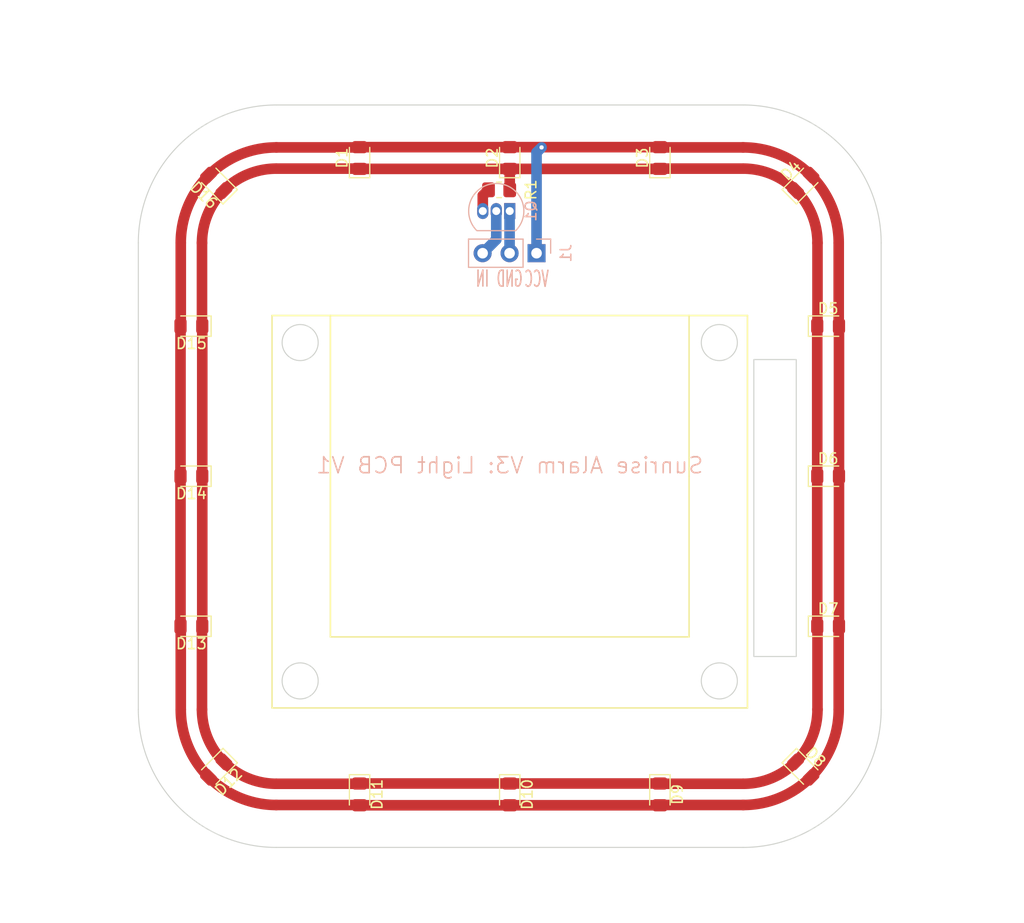
<source format=kicad_pcb>
(kicad_pcb (version 20211014) (generator pcbnew)
  (layers (0 "F.Cu" signal) (31 "B.Cu" signal) (34 "B.Paste" user) (35 "F.Paste" user) (36 "B.SilkS" user "B.Silkscreen") (37 "F.SilkS" user "F.Silkscreen") (38 "B.Mask" user) (39 "F.Mask" user) (44 "Edge.Cuts" user))
  (net 0 "")
  (net 1 "Net-(D1-Pad1)")
  (net 2 "+3.3V")
  (net 3 "GND")
  (net 4 "INPUT")
  (net 5 "Net-(Q1-Pad3)")
  (footprint "LED_SMD:LED_0805_2012Metric_Pad1.15x1.40mm_HandSolder" (layer "F.Cu") (at 149.15 115 -90)
    (fp_text reference "D9" (at 0 -1.65 90) (layer "F.SilkS"))
    (fp_text value "LED")
    (fp_line (start -1.86 -0.96) (end -1.86 0.96) (layer "F.SilkS") (width 0.12))
    (fp_line (start 1 -0.96) (end -1.86 -0.96) (layer "F.SilkS") (width 0.12))
    (fp_line (start -1.86 0.96) (end 1 0.96) (layer "F.SilkS") (width 0.12))
    (pad "1" smd roundrect (at -1.025 0 270) (size 1.15 1.4) (layers "F.Cu" "F.Paste" "F.Mask") (roundrect_rratio 0.217391) (net 1 "Net-(D1-Pad1)"))
    (pad "2" smd roundrect (at 1.025 0 270) (size 1.15 1.4) (layers "F.Cu" "F.Paste" "F.Mask") (roundrect_rratio 0.217391) (net 2 "+3.3V"))
  )
  (footprint "LED_SMD:LED_0805_2012Metric_Pad1.15x1.40mm_HandSolder" (layer "F.Cu") (at 165 99.15)
    (fp_text reference "D7" (at 0 -1.65) (layer "F.SilkS"))
    (fp_text value "LED")
    (fp_line (start -1.86 0.96) (end 1 0.96) (layer "F.SilkS") (width 0.12))
    (fp_line (start -1.86 -0.96) (end -1.86 0.96) (layer "F.SilkS") (width 0.12))
    (fp_line (start 1 -0.96) (end -1.86 -0.96) (layer "F.SilkS") (width 0.12))
    (pad "1" smd roundrect (at -1.025 0) (size 1.15 1.4) (layers "F.Cu" "F.Paste" "F.Mask") (roundrect_rratio 0.217391) (net 1 "Net-(D1-Pad1)"))
    (pad "2" smd roundrect (at 1.025 0) (size 1.15 1.4) (layers "F.Cu" "F.Paste" "F.Mask") (roundrect_rratio 0.217391) (net 2 "+3.3V"))
  )
  (footprint "LED_SMD:LED_0805_2012Metric_Pad1.15x1.40mm_HandSolder" (layer "F.Cu") (at 105 85 180)
    (fp_text reference "D14" (at 0 -1.65) (layer "F.SilkS"))
    (fp_text value "LED")
    (fp_line (start -1.86 0.96) (end 1 0.96) (layer "F.SilkS") (width 0.12))
    (fp_line (start -1.86 -0.96) (end -1.86 0.96) (layer "F.SilkS") (width 0.12))
    (fp_line (start 1 -0.96) (end -1.86 -0.96) (layer "F.SilkS") (width 0.12))
    (pad "1" smd roundrect (at -1.025 0 180) (size 1.15 1.4) (layers "F.Cu" "F.Paste" "F.Mask") (roundrect_rratio 0.217391) (net 1 "Net-(D1-Pad1)"))
    (pad "2" smd roundrect (at 1.025 0 180) (size 1.15 1.4) (layers "F.Cu" "F.Paste" "F.Mask") (roundrect_rratio 0.217391) (net 2 "+3.3V"))
  )
  (footprint "LED_SMD:LED_0805_2012Metric_Pad1.15x1.40mm_HandSolder" (layer "F.Cu") (at 162.656854 57.343146 45)
    (fp_text reference "D4" (at 0 -1.65 45) (layer "F.SilkS"))
    (fp_text value "LED")
    (fp_line (start -1.86 -0.96) (end -1.86 0.96) (layer "F.SilkS") (width 0.12))
    (fp_line (start -1.86 0.96) (end 1 0.96) (layer "F.SilkS") (width 0.12))
    (fp_line (start 1 -0.96) (end -1.86 -0.96) (layer "F.SilkS") (width 0.12))
    (pad "1" smd roundrect (at -1.025 0 45) (size 1.15 1.4) (layers "F.Cu" "F.Paste" "F.Mask") (roundrect_rratio 0.217391) (net 1 "Net-(D1-Pad1)"))
    (pad "2" smd roundrect (at 1.025 0 45) (size 1.15 1.4) (layers "F.Cu" "F.Paste" "F.Mask") (roundrect_rratio 0.217391) (net 2 "+3.3V"))
  )
  (footprint "LED_SMD:LED_0805_2012Metric_Pad1.15x1.40mm_HandSolder" (layer "F.Cu") (at 165 70.85)
    (fp_text reference "D5" (at 0 -1.65) (layer "F.SilkS"))
    (fp_text value "LED")
    (fp_line (start -1.86 -0.96) (end -1.86 0.96) (layer "F.SilkS") (width 0.12))
    (fp_line (start 1 -0.96) (end -1.86 -0.96) (layer "F.SilkS") (width 0.12))
    (fp_line (start -1.86 0.96) (end 1 0.96) (layer "F.SilkS") (width 0.12))
    (pad "1" smd roundrect (at -1.025 0) (size 1.15 1.4) (layers "F.Cu" "F.Paste" "F.Mask") (roundrect_rratio 0.217391) (net 1 "Net-(D1-Pad1)"))
    (pad "2" smd roundrect (at 1.025 0) (size 1.15 1.4) (layers "F.Cu" "F.Paste" "F.Mask") (roundrect_rratio 0.217391) (net 2 "+3.3V"))
  )
  (footprint "LED_SMD:LED_0805_2012Metric_Pad1.15x1.40mm_HandSolder" (layer "F.Cu") (at 107.343146 112.656854 -135)
    (fp_text reference "D12" (at 0 -1.65 45) (layer "F.SilkS"))
    (fp_text value "LED")
    (fp_line (start -1.86 0.96) (end 1 0.96) (layer "F.SilkS") (width 0.12))
    (fp_line (start 1 -0.96) (end -1.86 -0.96) (layer "F.SilkS") (width 0.12))
    (fp_line (start -1.86 -0.96) (end -1.86 0.96) (layer "F.SilkS") (width 0.12))
    (pad "1" smd roundrect (at -1.025 0 225) (size 1.15 1.4) (layers "F.Cu" "F.Paste" "F.Mask") (roundrect_rratio 0.217391) (net 1 "Net-(D1-Pad1)"))
    (pad "2" smd roundrect (at 1.025 0 225) (size 1.15 1.4) (layers "F.Cu" "F.Paste" "F.Mask") (roundrect_rratio 0.217391) (net 2 "+3.3V"))
  )
  (footprint "Resistor_SMD:R_0805_2012Metric_Pad1.20x1.40mm_HandSolder" (layer "F.Cu") (at 134 58 180)
    (fp_text reference "R1" (at -3 0 90) (layer "F.SilkS"))
    (fp_text value "220")
    (fp_line (start -0.227064 -0.735) (end 0.227064 -0.735) (layer "F.SilkS") (width 0.12))
    (fp_line (start -0.227064 0.735) (end 0.227064 0.735) (layer "F.SilkS") (width 0.12))
    (pad "1" smd roundrect (at -1 0 180) (size 1.2 1.4) (layers "F.Cu" "F.Paste" "F.Mask") (roundrect_rratio 0.208333) (net 1 "Net-(D1-Pad1)"))
    (pad "2" smd roundrect (at 1 0 180) (size 1.2 1.4) (layers "F.Cu" "F.Paste" "F.Mask") (roundrect_rratio 0.208333) (net 5 "Net-(Q1-Pad3)"))
  )
  (footprint "LED_SMD:LED_0805_2012Metric_Pad1.15x1.40mm_HandSolder" (layer "F.Cu") (at 105 70.85 180)
    (fp_text reference "D15" (at 0 -1.65) (layer "F.SilkS"))
    (fp_text value "LED")
    (fp_line (start -1.86 0.96) (end 1 0.96) (layer "F.SilkS") (width 0.12))
    (fp_line (start 1 -0.96) (end -1.86 -0.96) (layer "F.SilkS") (width 0.12))
    (fp_line (start -1.86 -0.96) (end -1.86 0.96) (layer "F.SilkS") (width 0.12))
    (pad "1" smd roundrect (at -1.025 0 180) (size 1.15 1.4) (layers "F.Cu" "F.Paste" "F.Mask") (roundrect_rratio 0.217391) (net 1 "Net-(D1-Pad1)"))
    (pad "2" smd roundrect (at 1.025 0 180) (size 1.15 1.4) (layers "F.Cu" "F.Paste" "F.Mask") (roundrect_rratio 0.217391) (net 2 "+3.3V"))
  )
  (footprint "LED_SMD:LED_0805_2012Metric_Pad1.15x1.40mm_HandSolder" (layer "F.Cu") (at 120.85 115 -90)
    (fp_text reference "D11" (at 0 -1.65 90) (layer "F.SilkS"))
    (fp_text value "LED")
    (fp_line (start -1.86 0.96) (end 1 0.96) (layer "F.SilkS") (width 0.12))
    (fp_line (start -1.86 -0.96) (end -1.86 0.96) (layer "F.SilkS") (width 0.12))
    (fp_line (start 1 -0.96) (end -1.86 -0.96) (layer "F.SilkS") (width 0.12))
    (pad "1" smd roundrect (at -1.025 0 270) (size 1.15 1.4) (layers "F.Cu" "F.Paste" "F.Mask") (roundrect_rratio 0.217391) (net 1 "Net-(D1-Pad1)"))
    (pad "2" smd roundrect (at 1.025 0 270) (size 1.15 1.4) (layers "F.Cu" "F.Paste" "F.Mask") (roundrect_rratio 0.217391) (net 2 "+3.3V"))
  )
  (footprint "LED_SMD:LED_0805_2012Metric_Pad1.15x1.40mm_HandSolder" (layer "F.Cu") (at 149.15 55 90)
    (fp_text reference "D3" (at 0 -1.65 90) (layer "F.SilkS"))
    (fp_text value "LED")
    (fp_line (start -1.86 0.96) (end 1 0.96) (layer "F.SilkS") (width 0.12))
    (fp_line (start 1 -0.96) (end -1.86 -0.96) (layer "F.SilkS") (width 0.12))
    (fp_line (start -1.86 -0.96) (end -1.86 0.96) (layer "F.SilkS") (width 0.12))
    (pad "1" smd roundrect (at -1.025 0 90) (size 1.15 1.4) (layers "F.Cu" "F.Paste" "F.Mask") (roundrect_rratio 0.217391) (net 1 "Net-(D1-Pad1)"))
    (pad "2" smd roundrect (at 1.025 0 90) (size 1.15 1.4) (layers "F.Cu" "F.Paste" "F.Mask") (roundrect_rratio 0.217391) (net 2 "+3.3V"))
  )
  (footprint "LED_SMD:LED_0805_2012Metric_Pad1.15x1.40mm_HandSolder" (layer "F.Cu") (at 135 55 90)
    (fp_text reference "D2" (at 0 -1.65 90) (layer "F.SilkS"))
    (fp_text value "LED")
    (fp_line (start -1.86 0.96) (end 1 0.96) (layer "F.SilkS") (width 0.12))
    (fp_line (start -1.86 -0.96) (end -1.86 0.96) (layer "F.SilkS") (width 0.12))
    (fp_line (start 1 -0.96) (end -1.86 -0.96) (layer "F.SilkS") (width 0.12))
    (pad "1" smd roundrect (at -1.025 0 90) (size 1.15 1.4) (layers "F.Cu" "F.Paste" "F.Mask") (roundrect_rratio 0.217391) (net 1 "Net-(D1-Pad1)"))
    (pad "2" smd roundrect (at 1.025 0 90) (size 1.15 1.4) (layers "F.Cu" "F.Paste" "F.Mask") (roundrect_rratio 0.217391) (net 2 "+3.3V"))
  )
  (footprint "LED_SMD:LED_0805_2012Metric_Pad1.15x1.40mm_HandSolder" (layer "F.Cu") (at 107.343146 57.343146 135)
    (fp_text reference "D16" (at 0 -1.65 135) (layer "F.SilkS"))
    (fp_text value "LED")
    (fp_line (start -1.86 -0.96) (end -1.86 0.96) (layer "F.SilkS") (width 0.12))
    (fp_line (start -1.86 0.96) (end 1 0.96) (layer "F.SilkS") (width 0.12))
    (fp_line (start 1 -0.96) (end -1.86 -0.96) (layer "F.SilkS") (width 0.12))
    (pad "1" smd roundrect (at -1.025 0 135) (size 1.15 1.4) (layers "F.Cu" "F.Paste" "F.Mask") (roundrect_rratio 0.217391) (net 1 "Net-(D1-Pad1)"))
    (pad "2" smd roundrect (at 1.025 0 135) (size 1.15 1.4) (layers "F.Cu" "F.Paste" "F.Mask") (roundrect_rratio 0.217391) (net 2 "+3.3V"))
  )
  (footprint "LED_SMD:LED_0805_2012Metric_Pad1.15x1.40mm_HandSolder" (layer "F.Cu") (at 162.656854 112.656854 -45)
    (fp_text reference "D8" (at 0 -1.65 135) (layer "F.SilkS"))
    (fp_text value "LED")
    (fp_line (start -1.86 -0.96) (end -1.86 0.96) (layer "F.SilkS") (width 0.12))
    (fp_line (start 1 -0.96) (end -1.86 -0.96) (layer "F.SilkS") (width 0.12))
    (fp_line (start -1.86 0.96) (end 1 0.96) (layer "F.SilkS") (width 0.12))
    (pad "1" smd roundrect (at -1.025 0 315) (size 1.15 1.4) (layers "F.Cu" "F.Paste" "F.Mask") (roundrect_rratio 0.217391) (net 1 "Net-(D1-Pad1)"))
    (pad "2" smd roundrect (at 1.025 0 315) (size 1.15 1.4) (layers "F.Cu" "F.Paste" "F.Mask") (roundrect_rratio 0.217391) (net 2 "+3.3V"))
  )
  (footprint "LED_SMD:LED_0805_2012Metric_Pad1.15x1.40mm_HandSolder" (layer "F.Cu") (at 120.85 55 90)
    (fp_text reference "D1" (at 0 -1.65 90) (layer "F.SilkS"))
    (fp_text value "LED")
    (fp_line (start -1.86 -0.96) (end -1.86 0.96) (layer "F.SilkS") (width 0.12))
    (fp_line (start 1 -0.96) (end -1.86 -0.96) (layer "F.SilkS") (width 0.12))
    (fp_line (start -1.86 0.96) (end 1 0.96) (layer "F.SilkS") (width 0.12))
    (pad "1" smd roundrect (at -1.025 0 90) (size 1.15 1.4) (layers "F.Cu" "F.Paste" "F.Mask") (roundrect_rratio 0.217391) (net 1 "Net-(D1-Pad1)"))
    (pad "2" smd roundrect (at 1.025 0 90) (size 1.15 1.4) (layers "F.Cu" "F.Paste" "F.Mask") (roundrect_rratio 0.217391) (net 2 "+3.3V"))
  )
  (footprint "LED_SMD:LED_0805_2012Metric_Pad1.15x1.40mm_HandSolder" (layer "F.Cu") (at 165 85)
    (fp_text reference "D6" (at 0 -1.65) (layer "F.SilkS"))
    (fp_text value "LED")
    (fp_line (start -1.86 0.96) (end 1 0.96) (layer "F.SilkS") (width 0.12))
    (fp_line (start 1 -0.96) (end -1.86 -0.96) (layer "F.SilkS") (width 0.12))
    (fp_line (start -1.86 -0.96) (end -1.86 0.96) (layer "F.SilkS") (width 0.12))
    (pad "1" smd roundrect (at -1.025 0) (size 1.15 1.4) (layers "F.Cu" "F.Paste" "F.Mask") (roundrect_rratio 0.217391) (net 1 "Net-(D1-Pad1)"))
    (pad "2" smd roundrect (at 1.025 0) (size 1.15 1.4) (layers "F.Cu" "F.Paste" "F.Mask") (roundrect_rratio 0.217391) (net 2 "+3.3V"))
  )
  (footprint "LED_SMD:LED_0805_2012Metric_Pad1.15x1.40mm_HandSolder" (layer "F.Cu") (at 135 115 -90)
    (fp_text reference "D10" (at 0 -1.65 90) (layer "F.SilkS"))
    (fp_text value "LED")
    (fp_line (start 1 -0.96) (end -1.86 -0.96) (layer "F.SilkS") (width 0.12))
    (fp_line (start -1.86 -0.96) (end -1.86 0.96) (layer "F.SilkS") (width 0.12))
    (fp_line (start -1.86 0.96) (end 1 0.96) (layer "F.SilkS") (width 0.12))
    (pad "1" smd roundrect (at -1.025 0 270) (size 1.15 1.4) (layers "F.Cu" "F.Paste" "F.Mask") (roundrect_rratio 0.217391) (net 1 "Net-(D1-Pad1)"))
    (pad "2" smd roundrect (at 1.025 0 270) (size 1.15 1.4) (layers "F.Cu" "F.Paste" "F.Mask") (roundrect_rratio 0.217391) (net 2 "+3.3V"))
  )
  (footprint "LED_SMD:LED_0805_2012Metric_Pad1.15x1.40mm_HandSolder" (layer "F.Cu") (at 105 99.15 180)
    (fp_text reference "D13" (at 0 -1.65) (layer "F.SilkS"))
    (fp_text value "LED")
    (fp_line (start -1.86 0.96) (end 1 0.96) (layer "F.SilkS") (width 0.12))
    (fp_line (start 1 -0.96) (end -1.86 -0.96) (layer "F.SilkS") (width 0.12))
    (fp_line (start -1.86 -0.96) (end -1.86 0.96) (layer "F.SilkS") (width 0.12))
    (pad "1" smd roundrect (at -1.025 0 180) (size 1.15 1.4) (layers "F.Cu" "F.Paste" "F.Mask") (roundrect_rratio 0.217391) (net 1 "Net-(D1-Pad1)"))
    (pad "2" smd roundrect (at 1.025 0 180) (size 1.15 1.4) (layers "F.Cu" "F.Paste" "F.Mask") (roundrect_rratio 0.217391) (net 2 "+3.3V"))
  )
  (footprint "Package_TO_SOT_THT:TO-92_Inline" (layer "B.Cu") (at 135 60 180)
    (fp_text reference "Q1" (at -2 0 90) (layer "B.SilkS") (effects (justify mirror)))
    (fp_text value "2N3904")
    (fp_line (start -0.53 -1.85) (end 3.07 -1.85) (layer "B.SilkS") (width 0.12))
    (fp_arc (start 3.108478 -1.838478) (mid 3.672087 0.994977) (end 1.27 2.6) (layer "B.SilkS") (width 0.12))
    (fp_arc (start 1.27 2.6) (mid -1.132087 0.994977) (end -0.568478 -1.838478) (layer "B.SilkS") (width 0.12))
    (pad "1" thru_hole rect (at 0 0 180) (size 1.05 1.5) (drill 0.75) (layers *.Cu *.Mask) (net 3 "GND"))
    (pad "2" thru_hole oval (at 1.27 0 180) (size 1.05 1.5) (drill 0.75) (layers *.Cu *.Mask) (net 4 "INPUT"))
    (pad "3" thru_hole oval (at 2.54 0 180) (size 1.05 1.5) (drill 0.75) (layers *.Cu *.Mask) (net 5 "Net-(Q1-Pad3)"))
  )
  (footprint "Connector_PinSocket_2.54mm:PinSocket_1x03_P2.54mm_Vertical" (layer "B.Cu") (at 137.525 63.975 90)
    (fp_text reference "J1" (at 0 2.77 90) (layer "B.SilkS") (effects (justify mirror)))
    (fp_text value "Conn_01x03_Male")
    (fp_line (start 1.33 1.33) (end 1.33 0) (layer "B.SilkS") (width 0.12))
    (fp_line (start -1.33 -6.41) (end 1.33 -6.41) (layer "B.SilkS") (width 0.12))
    (fp_line (start 0 1.33) (end 1.33 1.33) (layer "B.SilkS") (width 0.12))
    (fp_line (start -1.33 -1.27) (end 1.33 -1.27) (layer "B.SilkS") (width 0.12))
    (fp_line (start -1.33 -1.27) (end -1.33 -6.41) (layer "B.SilkS") (width 0.12))
    (fp_line (start 1.33 -1.27) (end 1.33 -6.41) (layer "B.SilkS") (width 0.12))
    (pad "1" thru_hole rect (at 0 0 90) (size 1.7 1.7) (drill 1) (layers *.Cu *.Mask) (net 2 "+3.3V"))
    (pad "2" thru_hole oval (at 0 -2.54 90) (size 1.7 1.7) (drill 1) (layers *.Cu *.Mask) (net 3 "GND"))
    (pad "3" thru_hole oval (at 0 -5.08 90) (size 1.7 1.7) (drill 1) (layers *.Cu *.Mask) (net 4 "INPUT"))
  )
  (gr_line (start 113 56) (end 121 56) (layer "F.Cu") (width 1))
  (gr_arc (start 157 54) (mid 163.363961 56.636039) (end 166 63) (layer "F.Cu") (width 1))
  (gr_line (start 164 63) (end 164 71) (layer "F.Cu") (width 1))
  (gr_line (start 157 56) (end 149 56) (layer "F.Cu") (width 1))
  (gr_arc (start 113 114) (mid 108.050253 111.949747) (end 106 107) (layer "F.Cu") (width 1))
  (gr_line (start 106 107) (end 106 99) (layer "F.Cu") (width 1))
  (gr_line (start 166 107) (end 166 99) (layer "F.Cu") (width 1))
  (gr_line (start 157 54) (end 149 54) (layer "F.Cu") (width 1))
  (gr_arc (start 104 63) (mid 106.636039 56.636039) (end 113 54) (layer "F.Cu") (width 1))
  (gr_arc (start 113 116) (mid 106.636039 113.363961) (end 104 107) (layer "F.Cu") (width 1))
  (gr_arc (start 106 63) (mid 108.050253 58.050253) (end 113 56) (layer "F.Cu") (width 1))
  (gr_arc (start 164 107) (mid 161.949747 111.949747) (end 157 114) (layer "F.Cu") (width 1))
  (gr_line (start 166 63) (end 166 71) (layer "F.Cu") (width 1))
  (gr_arc (start 157 56) (mid 161.949747 58.050253) (end 164 63) (layer "F.Cu") (width 1))
  (gr_line (start 104 63) (end 104 71) (layer "F.Cu") (width 1))
  (gr_line (start 113 114) (end 121 114) (layer "F.Cu") (width 1))
  (gr_line (start 113 54) (end 121 54) (layer "F.Cu") (width 1))
  (gr_line (start 113 116) (end 121 116) (layer "F.Cu") (width 1))
  (gr_line (start 104 107) (end 104 99) (layer "F.Cu") (width 1))
  (gr_line (start 106 63) (end 106 71) (layer "F.Cu") (width 1))
  (gr_line (start 157 114) (end 149 114) (layer "F.Cu") (width 1))
  (gr_line (start 164 107) (end 164 99) (layer "F.Cu") (width 1))
  (gr_arc (start 166 107) (mid 163.363961 113.363961) (end 157 116) (layer "F.Cu") (width 1))
  (gr_line (start 157 116) (end 149 116) (layer "F.Cu") (width 1))
  (gr_line (start 151.9 85) (end 151.9 69.85) (layer "F.SilkS") (width 0.15))
  (gr_line (start 151.9 100.15) (end 151.9 85) (layer "F.SilkS") (width 0.15))
  (gr_line (start 118.1 100.15) (end 151.9 100.15) (layer "F.SilkS") (width 0.15))
  (gr_line (start 151.9 69.85) (end 157.4 69.85) (layer "F.SilkS") (width 0.15))
  (gr_line (start 157.4 69.85) (end 157.4 106.85) (layer "F.SilkS") (width 0.15))
  (gr_line (start 118.1 69.85) (end 118.1 100.15) (layer "F.SilkS") (width 0.15))
  (gr_line (start 151.9 69.85) (end 118.1 69.85) (layer "F.SilkS") (width 0.15))
  (gr_line (start 118.1 69.85) (end 112.6 69.85) (layer "F.SilkS") (width 0.15))
  (gr_line (start 112.6 106.85) (end 157.4 106.85) (layer "F.SilkS") (width 0.15))
  (gr_line (start 112.6 69.85) (end 112.6 106.85) (layer "F.SilkS") (width 0.15))
  (gr_line (start 170 63) (end 170 107) (layer "Edge.Cuts") (width 0.1))
  (gr_circle (center 154.75 104.3) (end 156.45 104.3) (layer "Edge.Cuts") (width 0.1) (fill none))
  (gr_circle (center 115.25 104.3) (end 116.95 104.3) (layer "Edge.Cuts") (width 0.1) (fill none))
  (gr_arc (start 113 120) (mid 103.807612 116.192388) (end 100 107) (layer "Edge.Cuts") (width 0.1))
  (gr_circle (center 154.75 72.4) (end 156.45 72.4) (layer "Edge.Cuts") (width 0.1) (fill none))
  (gr_rect (start 158 74) (end 162 102) (layer "Edge.Cuts") (width 0.1) (fill none))
  (gr_arc (start 170 107) (mid 166.192388 116.192388) (end 157 120) (layer "Edge.Cuts") (width 0.1))
  (gr_line (start 113 50) (end 157 50) (layer "Edge.Cuts") (width 0.1))
  (gr_line (start 100 107) (end 100 63) (layer "Edge.Cuts") (width 0.1))
  (gr_circle (center 115.25 72.4) (end 116.95 72.4) (layer "Edge.Cuts") (width 0.1) (fill none))
  (gr_arc (start 100 63) (mid 103.807612 53.807612) (end 113 50) (layer "Edge.Cuts") (width 0.1))
  (gr_line (start 157 120) (end 113 120) (layer "Edge.Cuts") (width 0.1))
  (gr_arc (start 157 50) (mid 166.192388 53.807612) (end 170 63) (layer "Edge.Cuts") (width 0.1))
  (gr_text "GND" (at 134.99 66.39) (layer "B.SilkS") (effects (font (size 1.5 0.8)) (justify mirror)))
  (gr_text "Sunrise Alarm V3: Light PCB V1" (at 135 83.98) (layer "B.SilkS") (effects (font (size 1.5 1.5)) (justify mirror)))
  (gr_text "VCC" (at 137.53 66.4) (layer "B.SilkS") (effects (font (size 1.5 0.8)) (justify mirror)))
  (gr_text "IN" (at 132.43 66.38) (layer "B.SilkS") (effects (font (size 1.5 0.8)) (justify mirror)))
  (segment (start 106.025 70.85) (end 106.025 85) (width 1) (layer "F.Cu") (net 1))
  (segment (start 149.15 56.025) (end 135 56.025) (width 1) (layer "F.Cu") (net 1))
  (segment (start 135 56.025) (end 120.85 56.025) (width 1) (layer "F.Cu") (net 1))
  (segment (start 120.85 113.975) (end 135 113.975) (width 1) (layer "F.Cu") (net 1))
  (segment (start 163.975 70.85) (end 163.975 85) (width 1) (layer "F.Cu") (net 1))
  (segment (start 106.025 85) (end 106.025 99.15) (width 1) (layer "F.Cu") (net 1))
  (segment (start 135 58) (end 135 56.025) (width 1) (layer "F.Cu") (net 1))
  (segment (start 163.975 85) (end 163.975 99.15) (width 1) (layer "F.Cu") (net 1))
  (segment (start 135 113.975) (end 149.15 113.975) (width 1) (layer "F.Cu") (net 1))
  (segment (start 103.975 70.85) (end 103.975 85) (width 1) (layer "F.Cu") (net 2))
  (segment (start 120.85 53.975) (end 135 53.975) (width 1) (layer "F.Cu") (net 2))
  (segment (start 166.025 99.15) (end 166.025 85) (width 1) (layer "F.Cu") (net 2))
  (segment (start 103.975 85) (end 103.975 99.15) (width 1) (layer "F.Cu") (net 2))
  (segment (start 135 116.025) (end 120.85 116.025) (width 1) (layer "F.Cu") (net 2))
  (segment (start 149.15 116.025) (end 135 116.025) (width 1) (layer "F.Cu") (net 2))
  (segment (start 135 53.975) (end 149.15 53.975) (width 1) (layer "F.Cu") (net 2))
  (segment (start 166.025 85) (end 166.025 70.85) (width 1) (layer "F.Cu") (net 2))
  (via (at 138 54) (size 0.8) (drill 0.4) (layers "F.Cu" "B.Cu") (net 2))
  (segment (start 137.525 54.475) (end 138 54) (width 1) (layer "B.Cu") (net 2))
  (segment (start 137.525 63.975) (end 137.525 54.475) (width 1) (layer "B.Cu") (net 2))
  (segment (start 134.985 60.015) (end 135 60) (width 1) (layer "B.Cu") (net 3))
  (segment (start 134.985 63.975) (end 134.985 60.015) (width 1) (layer "B.Cu") (net 3))
  (segment (start 132.445 63.975) (end 133.73 62.69) (width 1) (layer "B.Cu") (net 4))
  (segment (start 133.73 62.69) (end 133.73 60) (width 1) (layer "B.Cu") (net 4))
  (segment (start 132.46 60) (end 132.46 58.54) (width 1) (layer "F.Cu") (net 5))
  (segment (start 132.46 58.54) (end 133 58) (width 1) (layer "F.Cu") (net 5))
)
</source>
